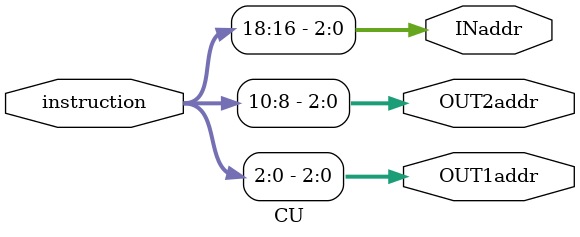
<source format=v>
module CU(instruction,OUT1addr,OUT2addr,INaddr);
	input [31:0] instruction;
	output [2:0] OUT1addr;
	output [2:0] OUT2addr;
	output [2:0] INaddr;
	reg OUT2addr,OUT1addr,INaddr;

	always @(instruction) begin
	        OUT1addr = instruction[2:0];
			OUT2addr = instruction[10:8];
			INaddr = instruction[18:16];
	end
endmodule

</source>
